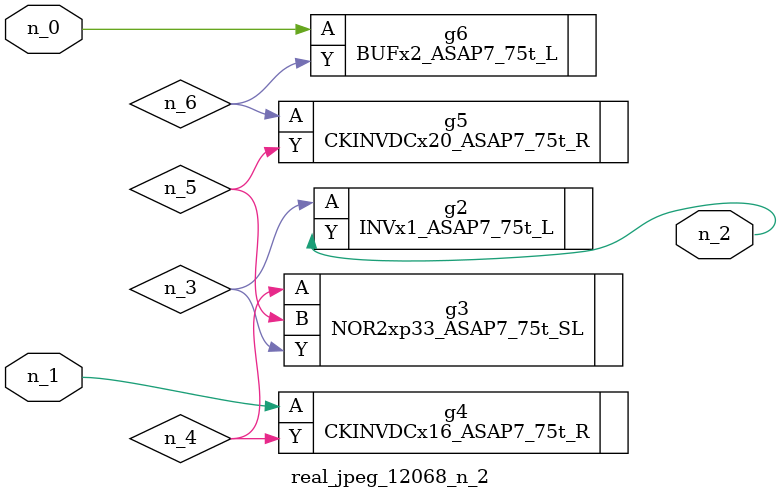
<source format=v>
module real_jpeg_12068_n_2 (n_1, n_0, n_2);

input n_1;
input n_0;

output n_2;

wire n_5;
wire n_4;
wire n_6;
wire n_3;

BUFx2_ASAP7_75t_L g6 ( 
.A(n_0),
.Y(n_6)
);

CKINVDCx16_ASAP7_75t_R g4 ( 
.A(n_1),
.Y(n_4)
);

INVx1_ASAP7_75t_L g2 ( 
.A(n_3),
.Y(n_2)
);

NOR2xp33_ASAP7_75t_SL g3 ( 
.A(n_4),
.B(n_5),
.Y(n_3)
);

CKINVDCx20_ASAP7_75t_R g5 ( 
.A(n_6),
.Y(n_5)
);


endmodule
</source>
